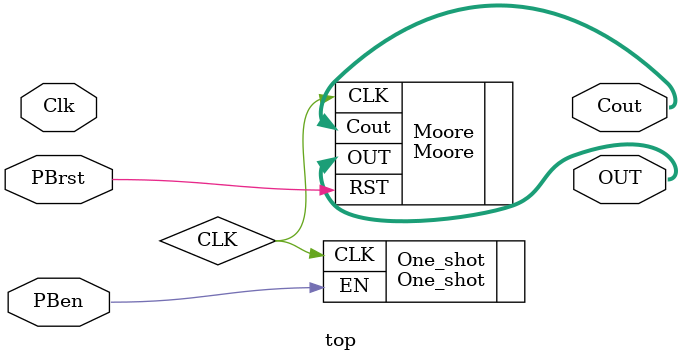
<source format=v>
`timescale 1ns / 1ps


module top(
    input PBen,
    input Clk,
    output [3:0] OUT,
    output [1:0] Cout,    
    input PBrst
    );
    
Moore Moore (
    .CLK(CLK),
    .RST(PBrst),
    .OUT(OUT),
    .Cout(Cout)
    );
    
One_shot One_shot (
    .CLK(CLK),
    .EN(PBen)
    );
endmodule

</source>
